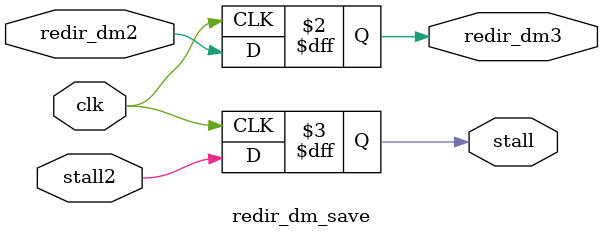
<source format=v>
`timescale 1ns / 1ps


module redir_dm_save(
input clk,
input redir_dm2,
input stall2,
output reg redir_dm3,stall
    );
    always@(posedge clk)
    begin
        redir_dm3 = redir_dm2;
        stall <= stall2;
    end
    
    
endmodule

</source>
